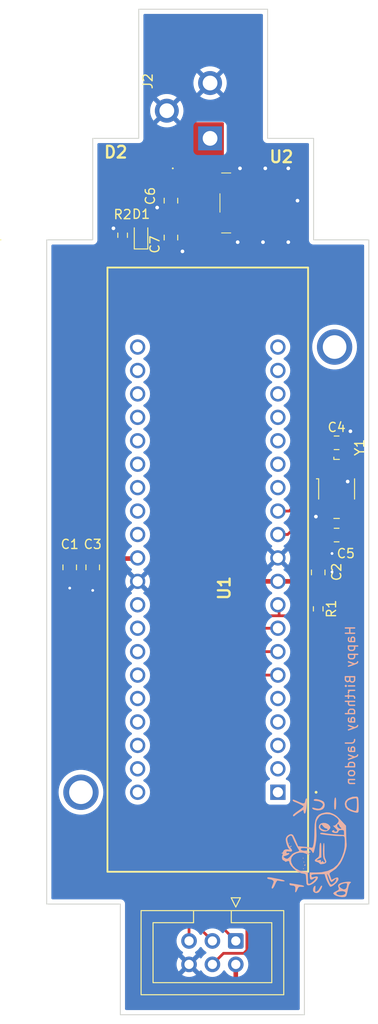
<source format=kicad_pcb>
(kicad_pcb (version 20211014) (generator pcbnew)
  (layers (0 "F.Cu" signal) (31 "B.Cu" power) (34 "B.Paste" user) (35 "F.Paste" user) (36 "B.SilkS" user "B.Silkscreen") (37 "F.SilkS" user "F.Silkscreen") (38 "B.Mask" user) (39 "F.Mask" user) (44 "Edge.Cuts" user))
  (net 0 "")
  (net 1 "+5V")
  (net 2 "GND")
  (net 3 "VCC")
  (net 4 "Net-(C4-Pad1)")
  (net 5 "Net-(C5-Pad1)")
  (net 6 "Net-(D1-Pad1)")
  (net 7 "/MISO")
  (net 8 "/SCK")
  (net 9 "/MOSI")
  (net 10 "/RST")
  (net 41 "VDD")
  (footprint "SamacSys_Parts:L7805CDTTR" (layer "F.Cu") (at 126.5 80 -90)
    (fp_text reference "U2" (at -5 -2) (layer "F.SilkS") (effects (font (size 1.27 1.27) (thickness 0.254))))
    (fp_text value "L7805ABD2T-TR" hide)
    (fp_line (start 3.25 3.5) (end 3.25 4.5) (layer "F.SilkS") (width 0.1))
    (fp_line (start -3.25 3.5) (end -3.25 4.5) (layer "F.SilkS") (width 0.1))
    (fp_line (start -1 4.676) (end 1 4.676) (layer "F.SilkS") (width 0.1))
    (pad "1" smd rect locked (at -2.286 6.25 270) (size 1.5 2.8) (layers "F.Cu" "F.Paste" "F.Mask") (net 3 "VCC"))
    (pad "2" smd rect locked (at 0 0) (size 6.1 6.3) (layers "F.Cu" "F.Paste" "F.Mask") (net 2 "GND"))
    (pad "3" smd rect locked (at 2.286 6.25 270) (size 1.5 2.8) (layers "F.Cu" "F.Paste" "F.Mask") (net 1 "+5V"))
  )
  (footprint "Capacitor_SMD:C_0805_2012Metric" (layer "F.Cu") (at 116.5 79.75 -90)
    (fp_text reference "C6" (at -0.5 2.25 90) (layer "F.SilkS"))
    (fp_text value "33uf")
    (fp_line (start -0.261252 0.735) (end 0.261252 0.735) (layer "F.SilkS") (width 0.12))
    (fp_line (start -0.261252 -0.735) (end 0.261252 -0.735) (layer "F.SilkS") (width 0.12))
    (pad "1" smd roundrect (at -0.95 0 270) (size 1 1.45) (layers "F.Cu" "F.Paste" "F.Mask") (net 3 "VCC"))
    (pad "2" smd roundrect (at 0.95 0 270) (size 1 1.45) (layers "F.Cu" "F.Paste" "F.Mask") (net 2 "GND"))
  )
  (footprint "SamacSys_Parts:RBR2VWM40ATFTR" (layer "F.Cu") (at 114.75 76.25 90)
    (fp_text reference "D2" (at 1.75 -4.25 180) (layer "F.SilkS") (effects (font (size 1.27 1.27) (thickness 0.254))))
    (fp_text value "D" hide)
    (fp_line (start 0 2) (end 0 2) (layer "F.SilkS") (width 0.1))
    (fp_line (start 0 1.9) (end 0 1.9) (layer "F.SilkS") (width 0.1))
    (fp_arc (start 0 2) (mid -0.05 1.95) (end 0 1.9) (layer "F.SilkS") (width 0.1))
    (fp_arc (start 0 1.9) (mid 0.05 1.95) (end 0 2) (layer "F.SilkS") (width 0.1))
    (pad "1" smd rect locked (at 0 0.65 90) (size 1.1 1.45) (layers "F.Cu" "F.Paste" "F.Mask") (net 3 "VCC"))
    (pad "2" smd rect locked (at 0 -0.975 90) (size 0.8 0.8) (layers "F.Cu" "F.Paste" "F.Mask") (net 41 "VDD"))
  )
  (footprint "Capacitor_SMD:C_0805_2012Metric" (layer "F.Cu") (at 108 119.5 -90)
    (fp_text reference "C3" (at -2.5 0) (layer "F.SilkS"))
    (fp_text value "100nf")
    (fp_line (start -0.261252 0.735) (end 0.261252 0.735) (layer "F.SilkS") (width 0.12))
    (fp_line (start -0.261252 -0.735) (end 0.261252 -0.735) (layer "F.SilkS") (width 0.12))
    (pad "1" smd roundrect (at -0.95 0 270) (size 1 1.45) (layers "F.Cu" "F.Paste" "F.Mask") (net 1 "+5V"))
    (pad "2" smd roundrect (at 0.95 0 270) (size 1 1.45) (layers "F.Cu" "F.Paste" "F.Mask") (net 2 "GND"))
  )
  (footprint "Capacitor_SMD:C_0805_2012Metric" (layer "F.Cu") (at 134.5 116 180)
    (fp_text reference "C5" (at -1 -2) (layer "F.SilkS"))
    (fp_text value "14pf")
    (fp_line (start -0.261252 -0.735) (end 0.261252 -0.735) (layer "F.SilkS") (width 0.12))
    (fp_line (start -0.261252 0.735) (end 0.261252 0.735) (layer "F.SilkS") (width 0.12))
    (pad "1" smd roundrect (at -0.95 0 180) (size 1 1.45) (layers "F.Cu" "F.Paste" "F.Mask") (net 5 "Net-(C5-Pad1)"))
    (pad "2" smd roundrect (at 0.95 0 180) (size 1 1.45) (layers "F.Cu" "F.Paste" "F.Mask") (net 2 "GND"))
  )
  (footprint "Connector_BarrelJack:BarrelJack_CUI_PJ-102AH_Horizontal" (layer "F.Cu") (at 120.75 73 180)
    (fp_text reference "J2" (at 6.75 6.2 90) (layer "F.SilkS"))
    (fp_text value "Barrel_Jack_Switch")
    (pad "1" thru_hole rect (at 0 0 180) (size 2.6 2.6) (drill 1.6) (layers *.Cu *.Mask) (net 41 "VDD"))
    (pad "2" thru_hole circle (at 0 6 180) (size 2.6 2.6) (drill 1.6) (layers *.Cu *.Mask) (net 2 "GND"))
    (pad "3" thru_hole circle (at 4.7 3 180) (size 2.6 2.6) (drill 1.6) (layers *.Cu *.Mask) (net 2 "GND"))
  )
  (footprint "Resistor_SMD:R_0603_1608Metric" (layer "F.Cu") (at 111.25 83.5 -90)
    (fp_text reference "R2" (at -2.25 0) (layer "F.SilkS"))
    (fp_text value "100")
    (fp_line (start -0.237258 -0.5225) (end 0.237258 -0.5225) (layer "F.SilkS") (width 0.12))
    (fp_line (start -0.237258 0.5225) (end 0.237258 0.5225) (layer "F.SilkS") (width 0.12))
    (pad "1" smd roundrect (at -0.825 0 270) (size 0.8 0.95) (layers "F.Cu" "F.Paste" "F.Mask") (net 2 "GND"))
    (pad "2" smd roundrect (at 0.825 0 270) (size 0.8 0.95) (layers "F.Cu" "F.Paste" "F.Mask") (net 6 "Net-(D1-Pad1)"))
  )
  (footprint "Capacitor_SMD:C_0805_2012Metric" (layer "F.Cu") (at 132.5 120.05 90)
    (fp_text reference "C2" (at 0.05 2 90) (layer "F.SilkS"))
    (fp_text value "100nf")
    (fp_line (start -0.261252 0.735) (end 0.261252 0.735) (layer "F.SilkS") (width 0.12))
    (fp_line (start -0.261252 -0.735) (end 0.261252 -0.735) (layer "F.SilkS") (width 0.12))
    (pad "1" smd roundrect (at -0.95 0 90) (size 1 1.45) (layers "F.Cu" "F.Paste" "F.Mask") (net 1 "+5V"))
    (pad "2" smd roundrect (at 0.95 0 90) (size 1 1.45) (layers "F.Cu" "F.Paste" "F.Mask") (net 2 "GND"))
  )
  (footprint "SamacSys_Parts:2401280390602J" (layer "F.Cu") (at 128.12 143.88 90)
    (fp_text reference "U1" (at 22.13 -5.82369 90) (layer "F.SilkS") (effects (font (size 1.27 1.27) (thickness 0.254))))
    (fp_text value "ATmega32-16P" hide)
    (fp_line (start 0 4.2) (end 0 4.2) (layer "F.SilkS") (width 0.2))
    (fp_line (start 0 4.2) (end 0 4.2) (layer "F.SilkS") (width 0.2))
    (fp_line (start -8.62 -18.52) (end 56.88 -18.52) (layer "F.SilkS") (width 0.2))
    (fp_line (start 0 4.1) (end 0 4.1) (layer "F.SilkS") (width 0.2))
    (fp_line (start -8.62 3.28) (end -8.62 -18.52) (layer "F.SilkS") (width 0.2))
    (fp_line (start 56.88 3.28) (end -8.62 3.28) (layer "F.SilkS") (width 0.2))
    (fp_line (start 56.88 -18.52) (end 56.88 3.28) (layer "F.SilkS") (width 0.2))
    (fp_arc (start 0 4.2) (mid -0.05 4.15) (end 0 4.1) (layer "F.SilkS") (width 0.2))
    (fp_arc (start 0 4.2) (mid -0.05 4.15) (end 0 4.1) (layer "F.SilkS") (width 0.2))
    (fp_arc (start 0 4.1) (mid 0.05 4.15) (end 0 4.2) (layer "F.SilkS") (width 0.2))
    (pad "1" thru_hole rect (at 0 0 90) (size 1.665 1.665) (drill 1.11) (layers *.Cu *.Mask))
    (pad "2" thru_hole circle (at 2.54 0 90) (size 1.665 1.665) (drill 1.11) (layers *.Cu *.Mask))
    (pad "3" thru_hole circle (at 5.08 0 90) (size 1.665 1.665) (drill 1.11) (layers *.Cu *.Mask))
    (pad "4" thru_hole circle (at 7.62 0 90) (size 1.665 1.665) (drill 1.11) (layers *.Cu *.Mask))
    (pad "5" thru_hole circle (at 10.16 0 90) (size 1.665 1.665) (drill 1.11) (layers *.Cu *.Mask))
    (pad "6" thru_hole circle (at 12.7 0 90) (size 1.665 1.665) (drill 1.11) (layers *.Cu *.Mask) (net 9 "/MOSI"))
    (pad "7" thru_hole circle (at 15.24 0 90) (size 1.665 1.665) (drill 1.11) (layers *.Cu *.Mask) (net 7 "/MISO"))
    (pad "8" thru_hole circle (at 17.78 0 90) (size 1.665 1.665) (drill 1.11) (layers *.Cu *.Mask) (net 8 "/SCK"))
    (pad "9" thru_hole circle (at 20.32 0 90) (size 1.665 1.665) (drill 1.11) (layers *.Cu *.Mask) (net 10 "/RST"))
    (pad "10" thru_hole circle (at 22.86 0 90) (size 1.665 1.665) (drill 1.11) (layers *.Cu *.Mask) (net 1 "+5V"))
    (pad "11" thru_hole circle (at 25.4 0 90) (size 1.665 1.665) (drill 1.11) (layers *.Cu *.Mask) (net 2 "GND"))
    (pad "12" thru_hole circle (at 27.94 0 90) (size 1.665 1.665) (drill 1.11) (layers *.Cu *.Mask) (net 5 "Net-(C5-Pad1)"))
    (pad "13" thru_hole circle (at 30.48 0 90) (size 1.665 1.665) (drill 1.11) (layers *.Cu *.Mask) (net 4 "Net-(C4-Pad1)"))
    (pad "14" thru_hole circle (at 33.02 0 90) (size 1.665 1.665) (drill 1.11) (layers *.Cu *.Mask))
    (pad "15" thru_hole circle (at 35.56 0 90) (size 1.665 1.665) (drill 1.11) (layers *.Cu *.Mask))
    (pad "16" thru_hole circle (at 38.1 0 90) (size 1.665 1.665) (drill 1.11) (layers *.Cu *.Mask))
    (pad "17" thru_hole circle (at 40.64 0 90) (size 1.665 1.665) (drill 1.11) (layers *.Cu *.Mask))
    (pad "18" thru_hole circle (at 43.18 0 90) (size 1.665 1.665) (drill 1.11) (layers *.Cu *.Mask))
    (pad "19" thru_hole circle (at 45.72 0 90) (size 1.665 1.665) (drill 1.11) (layers *.Cu *.Mask))
    (pad "20" thru_hole circle (at 48.26 0 90) (size 1.665 1.665) (drill 1.11) (layers *.Cu *.Mask))
    (pad "21" thru_hole circle (at 48.26 -15.24 90) (size 1.665 1.665) (drill 1.11) (layers *.Cu *.Mask))
    (pad "22" thru_hole circle (at 45.72 -15.24 90) (size 1.665 1.665) (drill 1.11) (layers *.Cu *.Mask))
    (pad "23" thru_hole circle (at 43.18 -15.24 90) (size 1.665 1.665) (drill 1.11) (layers *.Cu *.Mask))
    (pad "24" thru_hole circle (at 40.64 -15.24 90) (size 1.665 1.665) (drill 1.11) (layers *.Cu *.Mask))
    (pad "25" thru_hole circle (at 38.1 -15.24 90) (size 1.665 1.665) (drill 1.11) (layers *.Cu *.Mask))
    (pad "26" thru_hole circle (at 35.56 -15.24 90) (size 1.665 1.665) (drill 1.11) (layers *.Cu *.Mask))
    (pad "27" thru_hole circle (at 33.02 -15.24 90) (size 1.665 1.665) (drill 1.11) (layers *.Cu *.Mask))
    (pad "28" thru_hole circle (at 30.48 -15.24 90) (size 1.665 1.665) (drill 1.11) (layers *.Cu *.Mask))
    (pad "29" thru_hole circle (at 27.94 -15.24 90) (size 1.665 1.665) (drill 1.11) (layers *.Cu *.Mask))
    (pad "30" thru_hole circle (at 25.4 -15.24 90) (size 1.665 1.665) (drill 1.11) (layers *.Cu *.Mask) (net 1 "+5V"))
    (pad "31" thru_hole circle (at 22.86 -15.24 90) (size 1.665 1.665) (drill 1.11) (layers *.Cu *.Mask) (net 2 "GND"))
    (pad "32" thru_hole circle (at 20.32 -15.24 90) (size 1.665 1.665) (drill 1.11) (layers *.Cu *.Mask))
    (pad "33" thru_hole circle (at 17.78 -15.24 90) (size 1.665 1.665) (drill 1.11) (layers *.Cu *.Mask))
    (pad "34" thru_hole circle (at 15.24 -15.24 90) (size 1.665 1.665) (drill 1.11) (layers *.Cu *.Mask))
    (pad "35" thru_hole circle (at 12.7 -15.24 90) (size 1.665 1.665) (drill 1.11) (layers *.Cu *.Mask))
    (pad "36" thru_hole circle (at 10.16 -15.24 90) (size 1.665 1.665) (drill 1.11) (layers *.Cu *.Mask))
    (pad "37" thru_hole circle (at 7.62 -15.24 90) (size 1.665 1.665) (drill 1.11) (layers *.Cu *.Mask))
    (pad "38" thru_hole circle (at 5.08 -15.24 90) (size 1.665 1.665) (drill 1.11) (layers *.Cu *.Mask))
    (pad "39" thru_hole circle (at 2.54 -15.24 90) (size 1.665 1.665) (drill 1.11) (layers *.Cu *.Mask))
    (pad "40" thru_hole circle (at 0 -15.24 90) (size 1.665 1.665) (drill 1.11) (layers *.Cu *.Mask))
    (pad "MH1" thru_hole circle (at 0 -21.4 90) (size 3.84 3.84) (drill 2.56) (layers *.Cu *.Mask))
    (pad "MH2" thru_hole circle (at 48.26 6.16 90) (size 3.84 3.84) (drill 2.56) (layers *.Cu *.Mask))
  )
  (footprint "Connector_IDC:IDC-Header_2x03_P2.54mm_Vertical" (layer "F.Cu") (at 123.545 160 -90)
    (fp_text reference "J1")
    (fp_text value "AVR-ISP-6")
    (fp_line (start -4.68 0.5) (end -3.68 0) (layer "F.SilkS") (width 0.12))
    (fp_line (start -1.98 8.99) (end -1.98 4.59) (layer "F.SilkS") (width 0.12))
    (fp_line (start 4.52 8.99) (end -1.98 8.99) (layer "F.SilkS") (width 0.12))
    (fp_line (start -1.98 0.49) (end -1.98 -3.91) (layer "F.SilkS") (width 0.12))
    (fp_line (start -1.98 4.59) (end -1.98 4.59) (layer "F.SilkS") (width 0.12))
    (fp_line (start -1.98 -3.91) (end 4.52 -3.91) (layer "F.SilkS") (width 0.12))
    (fp_line (start -4.68 -0.5) (end -4.68 0.5) (layer "F.SilkS") (width 0.12))
    (fp_line (start 5.83 -5.21) (end 5.83 10.29) (layer "F.SilkS") (width 0.12))
    (fp_line (start 5.83 10.29) (end -3.29 10.29) (layer "F.SilkS") (width 0.12))
    (fp_line (start -3.68 0) (end -4.68 -0.5) (layer "F.SilkS") (width 0.12))
    (fp_line (start 4.52 -3.91) (end 4.52 8.99) (layer "F.SilkS") (width 0.12))
    (fp_line (start -3.29 -5.21) (end 5.83 -5.21) (layer "F.SilkS") (width 0.12))
    (fp_line (start -3.29 0.49) (end -1.98 0.49) (layer "F.SilkS") (width 0.12))
    (fp_line (start -1.98 4.59) (end -3.29 4.59) (layer "F.SilkS") (width 0.12))
    (fp_line (start -3.29 10.29) (end -3.29 -5.21) (layer "F.SilkS") (width 0.12))
    (pad "1" thru_hole roundrect (at 0 0 270) (size 1.7 1.7) (drill 1) (layers *.Cu *.Mask) (roundrect_rratio 0.1470588235) (net 7 "/MISO"))
    (pad "2" thru_hole circle (at 2.54 0 270) (size 1.7 1.7) (drill 1) (layers *.Cu *.Mask) (net 1 "+5V"))
    (pad "3" thru_hole circle (at 0 2.54 270) (size 1.7 1.7) (drill 1) (layers *.Cu *.Mask) (net 8 "/SCK"))
    (pad "4" thru_hole circle (at 2.54 2.54 270) (size 1.7 1.7) (drill 1) (layers *.Cu *.Mask) (net 9 "/MOSI"))
    (pad "5" thru_hole circle (at 0 5.08 270) (size 1.7 1.7) (drill 1) (layers *.Cu *.Mask) (net 10 "/RST"))
    (pad "6" thru_hole circle (at 2.54 5.08 270) (size 1.7 1.7) (drill 1) (layers *.Cu *.Mask) (net 2 "GND"))
  )
  (footprint "Capacitor_SMD:C_0805_2012Metric" (layer "F.Cu") (at 105.5 119.5 -90)
    (fp_text reference "C1" (at -2.5 0) (layer "F.SilkS"))
    (fp_text value "10uf")
    (fp_line (start -0.261252 -0.735) (end 0.261252 -0.735) (layer "F.SilkS") (width 0.12))
    (fp_line (start -0.261252 0.735) (end 0.261252 0.735) (layer "F.SilkS") (width 0.12))
    (pad "1" smd roundrect (at -0.95 0 270) (size 1 1.45) (layers "F.Cu" "F.Paste" "F.Mask") (net 1 "+5V"))
    (pad "2" smd roundrect (at 0.95 0 270) (size 1 1.45) (layers "F.Cu" "F.Paste" "F.Mask") (net 2 "GND"))
  )
  (footprint "Resistor_SMD:R_0603_1608Metric" (layer "F.Cu") (at 132.5 124 -90)
    (fp_text reference "R1" (at 0 -1.43 90) (layer "F.SilkS"))
    (fp_text value "10k")
    (fp_line (start -0.237258 0.5225) (end 0.237258 0.5225) (layer "F.SilkS") (width 0.12))
    (fp_line (start -0.237258 -0.5225) (end 0.237258 -0.5225) (layer "F.SilkS") (width 0.12))
    (pad "1" smd roundrect (at -0.825 0 270) (size 0.8 0.95) (layers "F.Cu" "F.Paste" "F.Mask") (net 1 "+5V"))
    (pad "2" smd roundrect (at 0.825 0 270) (size 0.8 0.95) (layers "F.Cu" "F.Paste" "F.Mask") (net 10 "/RST"))
  )
  (footprint "Capacitor_SMD:C_0805_2012Metric" (layer "F.Cu") (at 116.5 83.75 -90)
    (fp_text reference "C7" (at 0.75 1.75 -90) (layer "F.SilkS"))
    (fp_text value "0.1uf")
    (fp_line (start -0.261252 0.735) (end 0.261252 0.735) (layer "F.SilkS") (width 0.12))
    (fp_line (start -0.261252 -0.735) (end 0.261252 -0.735) (layer "F.SilkS") (width 0.12))
    (pad "1" smd roundrect (at -0.95 0 270) (size 1 1.45) (layers "F.Cu" "F.Paste" "F.Mask") (net 1 "+5V"))
    (pad "2" smd roundrect (at 0.95 0 270) (size 1 1.45) (layers "F.Cu" "F.Paste" "F.Mask") (net 2 "GND"))
  )
  (footprint "LED_SMD:LED_0603_1608Metric" (layer "F.Cu") (at 113.25 83.5 90)
    (fp_text reference "D1" (at 2.2875 0 180) (layer "F.SilkS"))
    (fp_text value "LED")
    (fp_line (start -1.485 -0.735) (end -1.485 0.735) (layer "F.SilkS") (width 0.12))
    (fp_line (start 0.8 -0.735) (end -1.485 -0.735) (layer "F.SilkS") (width 0.12))
    (fp_line (start -1.485 0.735) (end 0.8 0.735) (layer "F.SilkS") (width 0.12))
    (pad "1" smd roundrect (at -0.7875 0 90) (size 0.875 0.95) (layers "F.Cu" "F.Paste" "F.Mask") (net 6 "Net-(D1-Pad1)"))
    (pad "2" smd roundrect (at 0.7875 0 90) (size 0.875 0.95) (layers "F.Cu" "F.Paste" "F.Mask") (net 1 "+5V"))
  )
  (footprint "Crystal:Crystal_SMD_0603-4Pin_6.0x3.5mm" (layer "F.Cu") (at 134.5 111 -90)
    (fp_text reference "Y1" (at -4.5 -2.5 90) (layer "F.SilkS"))
    (fp_text value "8MHZ")
    (fp_line (start -3.44 0.3) (end -3.2 0.3) (layer "F.SilkS") (width 0.12))
    (fp_line (start 1.1 1.95) (end -1.1 1.95) (layer "F.SilkS") (width 0.12))
    (fp_line (start -1.1 1.95) (end -1.1 2.19) (layer "F.SilkS") (width 0.12))
    (fp_line (start -1.1 -1.95) (end 1.1 -1.95) (layer "F.SilkS") (width 0.12))
    (fp_line (start -3.2 0.3) (end -3.2 -0.3) (layer "F.SilkS") (width 0.12))
    (fp_line (start 3.2 -0.3) (end 3.2 0.3) (layer "F.SilkS") (width 0.12))
    (pad "1" smd rect (at -2.2 1.2 270) (size 1.8 1.4) (layers "F.Cu" "F.Paste" "F.Mask") (net 4 "Net-(C4-Pad1)"))
    (pad "2" smd rect (at 2.2 1.2 270) (size 1.8 1.4) (layers "F.Cu" "F.Paste" "F.Mask") (net 2 "GND"))
    (pad "3" smd rect (at 2.2 -1.2 270) (size 1.8 1.4) (layers "F.Cu" "F.Paste" "F.Mask") (net 5 "Net-(C5-Pad1)"))
    (pad "4" smd rect (at -2.2 -1.2 270) (size 1.8 1.4) (layers "F.Cu" "F.Paste" "F.Mask") (net 2 "GND"))
  )
  (footprint "Capacitor_SMD:C_0805_2012Metric" (layer "F.Cu") (at 134.5 106)
    (fp_text reference "C4" (at 0 -1.68) (layer "F.SilkS"))
    (fp_text value "14pf")
    (fp_line (start -0.261252 0.735) (end 0.261252 0.735) (layer "F.SilkS") (width 0.12))
    (fp_line (start -0.261252 -0.735) (end 0.261252 -0.735) (layer "F.SilkS") (width 0.12))
    (pad "1" smd roundrect (at -0.95 0) (size 1 1.45) (layers "F.Cu" "F.Paste" "F.Mask") (net 4 "Net-(C4-Pad1)"))
    (pad "2" smd roundrect (at 0.95 0) (size 1 1.45) (layers "F.Cu" "F.Paste" "F.Mask") (net 2 "GND"))
  )
  (footprint "LOGO" (layer "B.Cu") (at 132 149.5 180)
    (fp_text reference "G***" hide)
    (fp_text value "LOGO" hide)
    (fp_poly (pts (xy 2.681111 0.141111) (xy 2.691244 0.040631) (xy 2.681111 0.028222) (xy 2.630777 0.039844) (xy 2.624667 0.084666) (xy 2.655645 0.154357)) (layer "B.SilkS") (width 0) (fill solid))
    (fp_poly (pts (xy -0.130435 4.880644) (xy -0.118126 4.876643) (xy -0.002694 4.795395) (xy -0.032943 4.719459) (xy -0.18654 4.67524) (xy -0.290587 4.672747) (xy -0.556228 4.638319) (xy -0.800384 4.535093) (xy -0.969862 4.392331) (xy -1.016 4.273715) (xy -0.960006 4.126211) (xy -0.841151 3.973817) (xy -0.703449 3.873381) (xy -0.530478 3.840006) (xy -0.279309 3.872458) (xy 0.021167 3.949026) (xy 0.147401 3.952084) (xy 0.160824 3.884313) (xy 0.074431 3.788228) (xy -0.047845 3.723238) (xy -0.405218 3.646843) (xy -0.751973 3.673486) (xy -1.020732 3.796806) (xy -1.169328 4.004805) (xy -1.216038 4.262773) (xy -1.158212 4.504252) (xy -1.053894 4.628049) (xy -0.847021 4.736882) (xy -0.578271 4.827448) (xy -0.316468 4.881463)) (layer "B.SilkS") (width 0) (fill solid))
    (fp_poly (pts (xy 1.157111 -2.652889) (xy 1.145489 -2.703223) (xy 1.100667 -2.709334) (xy 1.030976 -2.678355) (xy 1.044222 -2.652889) (xy 1.144702 -2.642756)) (layer "B.SilkS") (width 0) (fill solid))
    (fp_poly (pts (xy -4.237291 5.134077) (xy -3.824843 4.982246) (xy -3.643159 4.857438) (xy -3.458613 4.656572) (xy -3.390665 4.428162) (xy -3.386667 4.325232) (xy -3.454093 4.008669) (xy -3.662642 3.759035) (xy -4.021721 3.566816) (xy -4.194319 3.508431) (xy -4.517886 3.420129) (xy -4.717916 3.39366) (xy -4.828333 3.428562) (xy -4.874498 3.499201) (xy -4.891236 3.630527) (xy -4.899059 3.885211) (xy -4.896992 4.217464) (xy -4.894054 4.327723) (xy -4.707986 4.327723) (xy -4.700453 4.044617) (xy -4.6798 3.828629) (xy -4.647093 3.676767) (xy -4.585698 3.602914) (xy -4.461379 3.604117) (xy -4.239902 3.677426) (xy -4.007315 3.770641) (xy -3.738486 3.94547) (xy -3.588049 4.178942) (xy -3.56804 4.431862) (xy -3.690495 4.665036) (xy -3.722905 4.696802) (xy -3.878953 4.788026) (xy -4.110561 4.873274) (xy -4.35769 4.936666) (xy -4.560299 4.962322) (xy -4.652571 4.942693) (xy -4.682683 4.832471) (xy -4.701609 4.608911) (xy -4.707986 4.327723) (xy -4.894054 4.327723) (xy -4.893007 4.367034) (xy -4.87875 4.726826) (xy -4.858114 4.951259) (xy -4.821303 5.074271) (xy -4.75852 5.129801) (xy -4.666743 5.150842)) (layer "B.SilkS") (width 0) (fill solid))
    (fp_poly (pts (xy 5.004357 -3.603911) (xy 5.052572 -3.690863) (xy 4.972857 -3.772109) (xy 4.803559 -3.809924) (xy 4.794852 -3.81) (xy 4.568972 -3.859339) (xy 4.453174 -3.920553) (xy 4.362494 -4.004216) (xy 4.348221 -4.105515) (xy 4.408121 -4.284274) (xy 4.436992 -4.354226) (xy 4.538264 -4.618325) (xy 4.564106 -4.763108) (xy 4.516457 -4.819885) (xy 4.466167 -4.825059) (xy 4.380007 -4.751883) (xy 4.268554 -4.564042) (xy 4.187611 -4.380559) (xy 4.077918 -4.142251) (xy 3.974683 -3.989214) (xy 3.918214 -3.956244) (xy 3.500142 -4.028094) (xy 3.239949 -4.045539) (xy 3.135201 -4.008704) (xy 3.132667 -3.996157) (xy 3.208687 -3.934066) (xy 3.405732 -3.864726) (xy 3.6195 -3.815583) (xy 3.980815 -3.746498) (xy 4.35319 -3.673056) (xy 4.516143 -3.639974) (xy 4.769516 -3.599884) (xy 4.95482 -3.592627)) (layer "B.SilkS") (width 0) (fill solid))
    (fp_poly (pts (xy 0.787626 4.973215) (xy 0.865607 4.874101) (xy 0.914597 4.680228) (xy 0.915531 4.671313) (xy 0.954976 4.497628) (xy 1.047237 4.417791) (xy 1.218755 4.429862) (xy 1.495971 4.531898) (xy 1.680574 4.61516) (xy 1.936609 4.728723) (xy 2.132326 4.805268) (xy 2.20974 4.826) (xy 2.28527 4.779845) (xy 2.255693 4.684006) (xy 2.141458 4.60242) (xy 2.137833 4.601162) (xy 1.85774 4.494398) (xy 1.571414 4.366474) (xy 1.321643 4.238975) (xy 1.151214 4.133482) (xy 1.100667 4.07799) (xy 1.166155 3.995898) (xy 1.339673 3.850533) (xy 1.586803 3.670177) (xy 1.647344 3.628806) (xy 1.913068 3.440303) (xy 2.119798 3.276694) (xy 2.229517 3.168462) (xy 2.236313 3.156545) (xy 2.23495 3.035571) (xy 2.142858 3.008761) (xy 2.041875 3.078435) (xy 1.920828 3.183814) (xy 1.707841 3.336124) (xy 1.529268 3.451905) (xy 1.110641 3.712139) (xy 1.084487 3.504437) (xy 1.035428 3.345991) (xy 0.974902 3.294203) (xy 0.896 3.362074) (xy 0.829467 3.576237) (xy 0.773528 3.944712) (xy 0.732844 4.387069) (xy 0.715186 4.721464) (xy 0.72591 4.910293) (xy 0.767043 4.975257)) (layer "B.SilkS") (width 0) (fill solid))
    (fp_poly (pts (xy 1.012554 -2.262794) (xy 1.016 -2.286) (xy 0.987113 -2.368466) (xy 0.978663 -2.370667) (xy 0.906377 -2.311338) (xy 0.889 -2.286) (xy 0.895713 -2.207981) (xy 0.926336 -2.201334)) (layer "B.SilkS") (width 0) (fill solid))
    (fp_poly (pts (xy -0.786298 2.233415) (xy -0.608917 2.059298) (xy -0.607819 2.057219) (xy -0.558117 1.823233) (xy -0.640799 1.620734) (xy -0.819555 1.466526) (xy -1.058074 1.377414) (xy -1.320045 1.370199) (xy -1.569157 1.461687) (xy -1.685829 1.558345) (xy -1.69141 1.565627) (xy -1.511735 1.565627) (xy -1.418167 1.501675) (xy -1.238999 1.503575) (xy -1.008454 1.575336) (xy -0.81187 1.686907) (xy -0.765455 1.731504) (xy -0.718865 1.873729) (xy -0.746294 2.029354) (xy -0.830307 2.115005) (xy -0.845988 2.116666) (xy -0.934496 2.053195) (xy -1.050548 1.905) (xy -1.203292 1.751674) (xy -1.356619 1.693333) (xy -1.497096 1.651923) (xy -1.511735 1.565627) (xy -1.69141 1.565627) (xy -1.810788 1.721392) (xy -1.818368 1.856433) (xy -1.778439 1.946513) (xy -1.589708 2.156126) (xy -1.327542 2.277019) (xy -1.042789 2.304385)) (layer "B.SilkS") (width 0) (fill solid))
    (fp_poly (pts (xy -3.540158 -4.088979) (xy -3.259804 -4.133415) (xy -3.006004 -4.197105) (xy -2.826412 -4.274385) (xy -2.825312 -4.275103) (xy -2.687259 -4.394351) (xy -2.653038 -4.536342) (xy -2.71428 -4.756347) (xy -2.741887 -4.826) (xy -2.722035 -4.935022) (xy -2.559179 -5.047511) (xy -2.447149 -5.0983) (xy -2.234186 -5.213074) (xy -2.135661 -5.321358) (xy -2.134864 -5.3523) (xy -2.256797 -5.497464) (xy -2.49179 -5.619859) (xy -2.787987 -5.70838) (xy -3.093532 -5.751922) (xy -3.356571 -5.739381) (xy -3.525247 -5.659652) (xy -3.532002 -5.6515) (xy -3.58625 -5.520204) (xy -3.646039 -5.300101) (xy -3.471333 -5.300101) (xy -3.397618 -5.428357) (xy -3.212712 -5.513982) (xy -2.970979 -5.54993) (xy -2.72678 -5.529153) (xy -2.534477 -5.444606) (xy -2.511923 -5.424457) (xy -2.471192 -5.305394) (xy -2.587968 -5.202119) (xy -2.839099 -5.127401) (xy -3.149637 -5.103449) (xy -3.370305 -5.155104) (xy -3.468996 -5.273599) (xy -3.471333 -5.300101) (xy -3.646039 -5.300101) (xy -3.653523 -5.27255) (xy -3.720207 -4.959401) (xy -3.726884 -4.923351) (xy -3.79664 -4.612807) (xy -3.87434 -4.377753) (xy -3.878821 -4.370422) (xy -3.639511 -4.370422) (xy -3.590535 -4.692929) (xy -3.45877 -4.875117) (xy -3.25846 -4.909193) (xy -3.003851 -4.787362) (xy -2.951547 -4.746796) (xy -2.820644 -4.622247) (xy -2.814766 -4.531624) (xy -2.88453 -4.447623) (xy -3.055959 -4.343155) (xy -3.298819 -4.267165) (xy -3.32903 -4.261749) (xy -3.535281 -4.240608) (xy -3.623424 -4.278849) (xy -3.639511 -4.370422) (xy -3.878821 -4.370422) (xy -3.945206 -4.261822) (xy -3.952182 -4.258126) (xy -4.054545 -4.166541) (xy -4.064 -4.127849) (xy -3.989911 -4.080531) (xy -3.799412 -4.069462)) (layer "B.SilkS") (width 0) (fill solid))
    (fp_poly (pts (xy 1.072444 -1.890889) (xy 1.082577 -1.991369) (xy 1.072444 -2.003778) (xy 1.02211 -1.992156) (xy 1.016 -1.947334) (xy 1.046978 -1.877643)) (layer "B.SilkS") (width 0) (fill solid))
    (fp_poly (pts (xy -1.282741 3.428988) (xy -0.873728 3.335836) (xy -0.56441 3.181835) (xy -0.342855 2.946945) (xy -0.197132 2.611125) (xy -0.115308 2.154336) (xy -0.085452 1.556537) (xy -0.084667 1.416769) (xy -0.076389 0.973684) (xy -0.054003 0.545319) (xy -0.021184 0.187589) (xy 0.008648 -0.003446) (xy 0.070291 -0.255274) (xy 0.13084 -0.374711) (xy 0.215813 -0.396596) (xy 0.283815 -0.379149) (xy 0.458149 -0.343537) (xy 0.740531 -0.307242) (xy 1.069891 -0.278112) (xy 1.070539 -0.278067) (xy 1.675411 -0.236397) (xy 1.908808 0.326301) (xy 2.039691 0.622858) (xy 2.161121 0.865756) (xy 2.247427 1.003755) (xy 2.24927 1.00581) (xy 2.420906 1.082689) (xy 2.639501 1.041846) (xy 2.849369 0.900237) (xy 2.933219 0.797567) (xy 3.013245 0.643012) (xy 3.032036 0.47725) (xy 2.993744 0.23421) (xy 2.974132 0.146658) (xy 2.888271 -0.137715) (xy 2.782323 -0.373775) (xy 2.728008 -0.453879) (xy 2.633776 -0.571425) (xy 2.669438 -0.594152) (xy 2.786521 -0.567972) (xy 3.015767 -0.56217) (xy 3.207078 -0.641185) (xy 3.300219 -0.777776) (xy 3.302 -0.801104) (xy 3.37216 -0.919483) (xy 3.450167 -0.957637) (xy 3.552517 -0.989773) (xy 3.488881 -1.003303) (xy 3.447188 -1.006179) (xy 3.346064 -1.037673) (xy 3.365191 -1.142663) (xy 3.390887 -1.193219) (xy 3.444401 -1.394093) (xy 3.4242 -1.599367) (xy 3.344005 -1.745245) (xy 3.265109 -1.778) (xy 3.137059 -1.836423) (xy 3.114508 -1.874808) (xy 3.045654 -1.929082) (xy 2.906918 -1.877787) (xy 2.728074 -1.825138) (xy 2.639263 -1.914976) (xy 2.624667 -2.046392) (xy 2.568501 -2.183312) (xy 2.421487 -2.39085) (xy 2.2225 -2.616493) (xy 1.786137 -2.973322) (xy 1.326459 -3.173696) (xy 0.994833 -3.216861) (xy 0.872586 -3.284059) (xy 0.832484 -3.450167) (xy 0.796707 -4.007311) (xy 0.776182 -4.296834) (xy 0.705018 -4.440416) (xy 0.541863 -4.478857) (xy 0.317565 -4.423571) (xy 0.062972 -4.285967) (xy -0.191069 -4.07746) (xy -0.368752 -3.87327) (xy -0.478373 -3.6599) (xy -0.445452 -3.529265) (xy -0.282526 -3.496101) (xy -0.087247 -3.542414) (xy 0.103839 -3.592502) (xy 0.197768 -3.559202) (xy 0.225961 -3.506948) (xy 0.248394 -3.401011) (xy 0.200253 -3.332569) (xy 0.055197 -3.293051) (xy -0.213115 -3.27389) (xy -0.509305 -3.267744) (xy -1.189985 -3.259667) (xy -1.274655 -3.556) (xy -1.370949 -3.833181) (xy -1.498897 -4.12565) (xy -1.634935 -4.387205) (xy -1.7555 -4.571648) (xy -1.823583 -4.632246) (xy -1.941597 -4.602802) (xy -2.128229 -4.496813) (xy -2.189842 -4.453479) (xy -2.520469 -4.164362) (xy -2.685769 -3.906529) (xy -2.692207 -3.871765) (xy -2.455333 -3.871765) (xy -2.391159 -4.042124) (xy -2.235391 -4.2137) (xy -2.2225 -4.223589) (xy -2.029707 -4.356742) (xy -1.915747 -4.39018) (xy -1.829506 -4.332756) (xy -1.79957 -4.296834) (xy -1.724539 -4.157644) (xy -1.635715 -3.933343) (xy -1.550214 -3.677389) (xy -1.485155 -3.443242) (xy -1.457654 -3.284363) (xy -1.464074 -3.249038) (xy -1.513698 -3.296205) (xy -1.595765 -3.462491) (xy -1.656027 -3.614356) (xy -1.776409 -3.918533) (xy -1.874064 -4.076988) (xy -1.976134 -4.105821) (xy -2.10976 -4.021136) (xy -2.200775 -3.937535) (xy -2.360499 -3.791494) (xy -2.434114 -3.757307) (xy -2.454606 -3.826449) (xy -2.455333 -3.871765) (xy -2.692207 -3.871765) (xy -2.706641 -3.79383) (xy -2.670369 -3.64155) (xy -2.542924 -3.608846) (xy -2.308379 -3.692967) (xy -2.260521 -3.716741) (xy -1.955996 -3.871997) (xy -1.875658 -3.650498) (xy -1.793291 -3.429542) (xy -1.737464 -3.286556) (xy -1.743339 -3.158145) (xy -1.89026 -3.036397) (xy -1.939328 -3.009806) (xy -2.448141 -2.652023) (xy -2.873329 -2.15074) (xy -3.084925 -1.785119) (xy -3.26033 -1.390942) (xy -3.411956 -0.969897) (xy -3.527067 -0.566633) (xy -3.592927 -0.225796) (xy -3.596798 0.007966) (xy -3.596655 0.008718) (xy -3.580856 0.163512) (xy -3.579749 0.182789) (xy -3.386667 0.182789) (xy -3.361568 -0.348055) (xy -3.275053 -0.819376) (xy -3.110296 -1.299372) (xy -2.91596 -1.72506) (xy -2.575932 -2.240377) (xy -2.122479 -2.632037) (xy -1.554306 -2.900703) (xy -0.870117 -3.047038) (xy -0.275167 -3.076873) (xy 0.423333 -3.071508) (xy 0.423333 -3.435757) (xy 0.397596 -3.72012) (xy 0.313057 -3.851358) (xy 0.158728 -3.838788) (xy 0.031264 -3.7682) (xy -0.15494 -3.671044) (xy -0.231322 -3.682018) (xy -0.198198 -3.780627) (xy -0.055881 -3.946377) (xy 0.035273 -4.030124) (xy 0.312308 -4.240474) (xy 0.496567 -4.309726) (xy 0.588667 -4.238031) (xy 0.599844 -4.169834) (xy 0.606 -4.007394) (xy 0.61444 -3.741739) (xy 0.621011 -3.513667) (xy 0.635 -3.005667) (xy 1.100667 -2.963334) (xy 1.554902 -2.857283) (xy 1.945099 -2.643026) (xy 2.242695 -2.346383) (xy 2.419128 -1.993176) (xy 2.455333 -1.738646) (xy 2.379764 -1.433945) (xy 2.176231 -1.188734) (xy 1.879491 -1.015652) (xy 1.524304 -0.92734) (xy 1.145429 -0.936439) (xy 0.777625 -1.05559) (xy 0.6985 -1.099739) (xy 0.509512 -1.190656) (xy 0.424289 -1.186297) (xy 0.46339 -1.099048) (xy 0.554186 -1.012802) (xy 0.641283 -0.869064) (xy 0.637332 -0.779881) (xy 0.636559 -0.699573) (xy 0.747587 -0.690182) (xy 0.852077 -0.708049) (xy 1.07416 -0.717838) (xy 1.217222 -0.684661) (xy 1.571158 -0.684661) (xy 1.590609 -0.754086) (xy 1.732763 -0.810729) (xy 1.86021 -0.846005) (xy 2.1171 -0.944448) (xy 2.319921 -1.071778) (xy 2.353966 -1.105133) (xy 2.529475 -1.306227) (xy 2.645833 -1.439334) (xy 2.828847 -1.584042) (xy 3.016522 -1.573311) (xy 3.166829 -1.481304) (xy 3.278647 -1.386477) (xy 3.254241 -1.338616) (xy 3.166829 -1.307775) (xy 2.841832 -1.189685) (xy 2.667295 -1.088931) (xy 2.624667 -1.01211) (xy 2.690456 -0.958336) (xy 2.794 -0.973667) (xy 2.930662 -0.979852) (xy 2.963333 -0.890869) (xy 2.929775 -0.802918) (xy 2.801045 -0.789013) (xy 2.676696 -0.808101) (xy 2.430377 -0.818254) (xy 2.325573 -0.738463) (xy 2.368522 -0.580634) (xy 2.482621 -0.43762) (xy 2.635565 -0.21413) (xy 2.765133 0.079927) (xy 2.798923 0.193155) (xy 2.853116 0.448818) (xy 2.849248 0.60594) (xy 2.781897 0.72692) (xy 2.749264 0.764655) (xy 2.561332 0.907578) (xy 2.405105 0.905656) (xy 2.315892 0.783166) (xy 2.228525 0.564646) (xy 2.091918 0.266942) (xy 1.933784 -0.05404) (xy 1.781836 -0.342396) (xy 1.663789 -0.54222) (xy 1.646885 -0.566373) (xy 1.571158 -0.684661) (xy 1.217222 -0.684661) (xy 1.270269 -0.672359) (xy 1.390508 -0.590409) (xy 1.394374 -0.503752) (xy 1.27032 -0.442543) (xy 1.040099 -0.42682) (xy 0.760391 -0.455639) (xy 0.514588 -0.51839) (xy 0.269846 -0.669676) (xy 0.157334 -0.83589) (xy 0.094779 -0.958176) (xy 0.035206 -0.967866) (xy -0.027941 -0.851808) (xy -0.101219 -0.59685) (xy -0.191184 -0.189837) (xy -0.209568 -0.099847) (xy -0.287823 0.387063) (xy -0.318124 0.875639) (xy -0.305029 1.444359) (xy -0.302241 1.495711) (xy -0.282648 1.906334) (xy -0.281714 2.190916) (xy -0.304051 2.392167) (xy -0.354273 2.552797) (xy -0.433242 2.708863) (xy -0.63686 2.991774) (xy -0.886045 3.159097) (xy -1.226136 3.234634) (xy -1.455513 3.245558) (xy -1.811316 3.219433) (xy -2.107341 3.1132) (xy -2.261193 3.02349) (xy -2.559024 2.809601) (xy -2.707061 2.629348) (xy -2.713969 2.456658) (xy -2.588411 2.265461) (xy -2.532557 2.206915) (xy -2.35801 2.058369) (xy -2.225033 1.990866) (xy -2.19422 1.994063) (xy -2.112495 2.025262) (xy -2.13215 1.966907) (xy -2.234059 1.848401) (xy -2.370894 1.722483) (xy -2.541422 1.540946) (xy -2.560719 1.416549) (xy -2.429026 1.358054) (xy -2.360673 1.354666) (xy -2.245019 1.389586) (xy -2.248697 1.447472) (xy -2.237603 1.51219) (xy -2.147861 1.509813) (xy -1.999323 1.441122) (xy -1.989974 1.344069) (xy -2.101566 1.25264) (xy -2.313656 1.201002) (xy -2.53492 1.199409) (xy -2.644098 1.257296) (xy -2.683364 1.349169) (xy -2.763348 1.476212) (xy -2.94369 1.522165) (xy -3.015542 1.524) (xy -3.210059 1.508917) (xy -3.288107 1.43121) (xy -3.302 1.257273) (xy -3.302 0.990546) (xy -2.450392 1.046355) (xy -2.037637 1.079583) (xy -1.642931 1.122007) (xy -1.326739 1.166698) (xy -1.217218 1.187675) (xy -0.939959 1.229809) (xy -0.757923 1.217913) (xy -0.697143 1.15712) (xy -0.736 1.0928) (xy -0.838796 1.062613) (xy -1.070974 1.024633) (xy -1.393003 0.982958) (xy -1.765348 0.94168) (xy -2.148478 0.904896) (xy -2.50286 0.8767) (xy -2.78896 0.861187) (xy -2.963333 0.862085) (xy -3.168601 0.872034) (xy -3.293807 0.836091) (xy -3.358711 0.722547) (xy -3.383073 0.499696) (xy -3.386667 0.182789) (xy -3.579749 0.182789) (xy -3.564781 0.443408) (xy -3.550633 0.804194) (xy -3.542941 1.086396) (xy -3.528685 1.726222) (xy -3.018682 1.726222) (xy -3.005525 1.693104) (xy -2.902699 1.658704) (xy -2.750374 1.7176) (xy -2.61245 1.837328) (xy -2.566309 1.916229) (xy -2.573424 2.079865) (xy -2.610278 2.136145) (xy -2.696363 2.159757) (xy -2.777831 2.031203) (xy -2.788758 2.003454) (xy -2.879514 1.840137) (xy -2.966235 1.778) (xy -3.018682 1.726222) (xy -3.528685 1.726222) (xy -3.522815 1.989666) (xy -3.094907 2.453949) (xy -2.818961 2.750159) (xy -2.618781 2.951133) (xy -2.456914 3.087552) (xy -2.295907 3.190098) (xy -2.098306 3.289451) (xy -2.043625 3.315132) (xy -1.728145 3.429026) (xy -1.426296 3.445897)) (layer "B.SilkS") (width 0) (fill solid))
    (fp_poly (pts (xy -0.681071 0.053075) (xy -0.64256 -0.190434) (xy -0.623861 -0.592065) (xy -0.623215 -0.629004) (xy -0.61541 -0.98529) (xy -0.597431 -1.212661) (xy -0.556722 -1.351516) (xy -0.480727 -1.442258) (xy -0.356892 -1.525286) (xy -0.341837 -1.53445) (xy -0.153555 -1.690263) (xy -0.121801 -1.822037) (xy -0.246424 -1.912654) (xy -0.345299 -1.934312) (xy -0.531426 -2.002322) (xy -0.618041 -2.082479) (xy -0.73228 -2.180819) (xy -0.787374 -2.188648) (xy -0.944341 -2.166792) (xy -1.114668 -2.141382) (xy -1.327854 -2.053723) (xy -1.39406 -1.88742) (xy -1.308031 -1.656503) (xy -1.300636 -1.64503) (xy -1.231712 -1.492864) (xy -1.19193 -1.271312) (xy -1.17693 -0.943857) (xy -1.178956 -0.625772) (xy -1.178784 -0.209832) (xy -1.159392 0.041753) (xy -1.120395 0.132911) (xy -1.105032 0.129698) (xy -1.063505 0.021905) (xy -1.033253 -0.22346) (xy -1.01751 -0.57483) (xy -1.016 -0.739164) (xy -1.023245 -1.15564) (xy -1.048053 -1.4361) (xy -1.095033 -1.613361) (xy -1.151294 -1.702498) (xy -1.232827 -1.856593) (xy -1.223037 -1.954825) (xy -1.145379 -1.998354) (xy -1.04541 -1.901644) (xy -0.959548 -1.818852) (xy -0.931333 -1.846485) (xy -0.869865 -1.941142) (xy -0.837608 -1.947334) (xy -0.782387 -1.885232) (xy -0.795192 -1.813624) (xy -0.803208 -1.726293) (xy -0.704718 -1.714645) (xy -0.592584 -1.735685) (xy -0.395458 -1.762735) (xy -0.353109 -1.72768) (xy -0.465534 -1.637095) (xy -0.592667 -1.566334) (xy -0.846667 -1.434985) (xy -0.846667 -0.62577) (xy -0.84093 -0.232519) (xy -0.821796 0.012821) (xy -0.78638 0.131342) (xy -0.740833 0.147969)) (layer "B.SilkS") (width 0) (fill solid))
    (fp_poly (pts (xy -2.3495 5.058875) (xy -2.283996 4.949984) (xy -2.24345 4.674794) (xy -2.229668 4.374486) (xy -2.230187 4.013442) (xy -2.253995 3.804053) (xy -2.305849 3.729659) (xy -2.390506 3.773599) (xy -2.398889 3.781778) (xy -2.42625 3.888364) (xy -2.446304 4.117506) (xy -2.455198 4.42246) (xy -2.455333 4.466166) (xy -2.447229 4.804782) (xy -2.42038 4.996036) (xy -2.37098 5.061244)) (layer "B.SilkS") (width 0) (fill solid))
    (fp_poly (pts (xy 1.157111 -1.467556) (xy 1.167244 -1.568035) (xy 1.157111 -1.580445) (xy 1.106777 -1.568822) (xy 1.100667 -1.524) (xy 1.131645 -1.45431)) (layer "B.SilkS") (width 0) (fill solid))
    (fp_poly (pts (xy 0.423333 -0.804334) (xy 0.504104 -0.880416) (xy 0.508 -0.893997) (xy 0.442494 -0.930363) (xy 0.423333 -0.931334) (xy 0.34192 -0.866246) (xy 0.338667 -0.84167) (xy 0.390536 -0.791104)) (layer "B.SilkS") (width 0) (fill solid))
    (fp_poly (pts (xy 2.536554 -0.230794) (xy 2.54 -0.254) (xy 2.511113 -0.336466) (xy 2.502663 -0.338667) (xy 2.430377 -0.279338) (xy 2.413 -0.254) (xy 2.419713 -0.175981) (xy 2.450336 -0.169334)) (layer "B.SilkS") (width 0) (fill solid))
    (fp_poly (pts (xy 2.62171 -4.302507) (xy 2.624667 -4.360334) (xy 2.549808 -4.462077) (xy 2.391833 -4.48863) (xy 2.124398 -4.52249) (xy 1.994539 -4.637189) (xy 1.979826 -4.858141) (xy 1.992933 -4.940635) (xy 2.012342 -5.165518) (xy 1.97016 -5.242016) (xy 1.884307 -5.171247) (xy 1.7727 -4.954333) (xy 1.761407 -4.926162) (xy 1.668084 -4.721085) (xy 1.566121 -4.636407) (xy 1.394024 -4.631652) (xy 1.325231 -4.639092) (xy 1.098401 -4.636653) (xy 1.018148 -4.581665) (xy 1.090406 -4.507038) (xy 1.291167 -4.450216) (xy 1.530258 -4.410569) (xy 1.850622 -4.356547) (xy 2.068716 -4.31938) (xy 2.338782 -4.273824) (xy 2.531524 -4.242631) (xy 2.597883 -4.233334)) (layer "B.SilkS") (width 0) (fill solid))
    (fp_poly (pts (xy -0.812548 -4.523417) (xy -0.711264 -4.668464) (xy -0.675993 -4.744569) (xy -0.526231 -4.980804) (xy -0.330233 -5.133434) (xy -0.206085 -5.164667) (xy -0.179471 -5.09041) (xy -0.183707 -4.904354) (xy -0.193076 -4.821426) (xy -0.207614 -4.591406) (xy -0.166999 -4.508294) (xy -0.140724 -4.510844) (xy -0.021831 -4.62595) (xy 0.053836 -4.830137) (xy 0.065092 -5.044592) (xy 0.030542 -5.147968) (xy -0.141812 -5.284364) (xy -0.36981 -5.310252) (xy -0.576614 -5.220587) (xy -0.607372 -5.189841) (xy -0.766899 -4.970132) (xy -0.887345 -4.73984) (xy -0.931333 -4.577566) (xy -0.896393 -4.486258)) (layer "B.SilkS") (width 0) (fill solid))
  )
  (gr_line (start 98 84) (end 98 84) (layer "F.SilkS") (width 0.15))
  (gr_line (start 108 73) (end 113 73) (layer "Edge.Cuts") (width 0.1))
  (gr_line (start 138 84) (end 138 156) (layer "Edge.Cuts") (width 0.1))
  (gr_line (start 108 84) (end 108 73) (layer "Edge.Cuts") (width 0.1))
  (gr_line (start 127 73) (end 132 73) (layer "Edge.Cuts") (width 0.1))
  (gr_line (start 132 73) (end 132 84) (layer "Edge.Cuts") (width 0.1))
  (gr_line (start 131 168) (end 111 168) (layer "Edge.Cuts") (width 0.1))
  (gr_line (start 127 59) (end 127 73) (layer "Edge.Cuts") (width 0.1))
  (gr_line (start 103 84) (end 108 84) (layer "Edge.Cuts") (width 0.1))
  (gr_line (start 127 59) (end 113 59) (layer "Edge.Cuts") (width 0.1))
  (gr_line (start 111 156) (end 103 156) (layer "Edge.Cuts") (width 0.1))
  (gr_line (start 113 73) (end 113 59) (layer "Edge.Cuts") (width 0.1))
  (gr_line (start 111 168) (end 111 156) (layer "Edge.Cuts") (width 0.1))
  (gr_line (start 131 156) (end 131 168) (layer "Edge.Cuts") (width 0.1))
  (gr_line (start 132 84) (end 138 84) (layer "Edge.Cuts") (width 0.1))
  (gr_line (start 103 156) (end 103 84) (layer "Edge.Cuts") (width 0.1))
  (gr_line (start 138 156) (end 131 156) (layer "Edge.Cuts") (width 0.1))
  (gr_text "Happy Birthday Jaydon" (at 136 134.5 90) (layer "B.SilkS") (effects (font (size 1 1)) (justify mirror)))
  (segment (start 114.5 159.5) (end 114.5 165.5) (width 0.5) (layer "F.Cu") (net 1))
  (segment (start 132.48 121.02) (end 132.5 121) (width 0.5) (layer "F.Cu") (net 1))
  (segment (start 123 166.25) (end 123.545 165.705) (width 0.5) (layer "F.Cu") (net 1))
  (segment (start 114.5 165.5) (end 115.25 166.25) (width 0.5) (layer "F.Cu") (net 1))
  (segment (start 115 87) (end 105.5 96.5) (width 0.5) (layer "F.Cu") (net 1))
  (segment (start 116.5 87) (end 134 87) (width 0.5) (layer "F.Cu") (net 1))
  (segment (start 115.25 166.25) (end 123 166.25) (width 0.5) (layer "F.Cu") (net 1))
  (segment (start 112.81 118.55) (end 112.88 118.48) (width 0.5) (layer "F.Cu") (net 1))
  (segment (start 114.95 82.8) (end 115 82.85) (width 0.5) (layer "F.Cu") (net 1))
  (segment (start 117.165489 120.915489) (end 117.27 121.02) (width 0.5) (layer "F.Cu") (net 1))
  (segment (start 113.3375 82.8) (end 113.25 82.7125) (width 0.5) (layer "F.Cu") (net 1))
  (segment (start 117.165489 87.165489) (end 117 87) (width 0.5) (layer "F.Cu") (net 1))
  (segment (start 120.25 82.286) (end 117.014 82.286) (width 0.5) (layer "F.Cu") (net 1))
  (segment (start 128.12 121.02) (end 130.48 121.02) (width 0.5) (layer "F.Cu") (net 1))
  (segment (start 123.545 165.705) (end 123.545 162.54) (width 0.5) (layer "F.Cu") (net 1))
  (segment (start 117.165489 120.915489) (end 117.165489 156.834511) (width 0.5) (layer "F.Cu") (net 1))
  (segment (start 134.04952 87) (end 137 89.95048) (width 0.5) (layer "F.Cu") (net 1))
  (segment (start 116.5 82.8) (end 114.95 82.8) (width 0.5) (layer "F.Cu") (net 1))
  (segment (start 117.165489 120.915489) (end 117.165489 87.165489) (width 0.5) (layer "F.Cu") (net 1))
  (segment (start 117.014 82.286) (end 116.5 82.8) (width 0.5) (layer "F.Cu") (net 1))
  (segment (start 115 82.85) (end 115 87) (width 0.5) (layer "F.Cu") (net 1))
  (segment (start 137 118.675) (end 132.5 123.175) (width 0.5) (layer "F.Cu") (net 1))
  (segment (start 105.5 118.55) (end 108 118.55) (width 0.5) (layer "F.Cu") (net 1))
  (segment (start 117.165489 156.834511) (end 114.5 159.5) (width 0.5) (layer "F.Cu") (net 1))
  (segment (start 115 87) (end 117 87) (width 0.5) (layer "F.Cu") (net 1))
  (segment (start 130.48 121.02) (end 132.48 121.02) (width 0.5) (layer "F.Cu") (net 1))
  (segment (start 137 89.95048) (end 137 118.675) (width 0.5) (layer "F.Cu") (net 1))
  (segment (start 114.95 82.8) (end 113.3375 82.8) (width 0.5) (layer "F.Cu") (net 1))
  (segment (start 117.27 121.02) (end 128.12 121.02) (width 0.5) (layer "F.Cu") (net 1))
  (segment (start 105.5 96.5) (end 105.5 118.55) (width 0.5) (layer "F.Cu") (net 1))
  (segment (start 108 118.55) (end 112.81 118.55) (width 0.5) (layer "F.Cu") (net 1))
  (segment (start 133.55 115.5) (end 133.55 116.3) (width 0.5) (layer "F.Cu") (net 2))
  (segment (start 117.2 84.7) (end 117.75 85.25) (width 0.5) (layer "F.Cu") (net 2))
  (segment (start 135.45 105.3) (end 136 104.75) (width 0.5) (layer "F.Cu") (net 2))
  (segment (start 110.325 82.675) (end 110.25 82.75) (width 0.5) (layer "F.Cu") (net 2))
  (segment (start 133.05 113.2) (end 132.25 114) (width 0.5) (layer "F.Cu") (net 2))
  (segment (start 116.5 80.7) (end 115.2 80.7) (width 0.5) (layer "F.Cu") (net 2))
  (segment (start 108 120.45) (end 108 122) (width 0.5) (layer "F.Cu") (net 2))
  (segment (start 133.55 117.55) (end 134 118) (width 0.5) (layer "F.Cu") (net 2))
  (segment (start 133.1 119.1) (end 134 120) (width 0.5) (layer "F.Cu") (net 2))
  (segment (start 132.5 119.1) (end 133.1 119.1) (width 0.5) (layer "F.Cu") (net 2))
  (segment (start 135.7 108.8) (end 135.7 110.2) (width 0.5) (layer "F.Cu") (net 2))
  (segment (start 133.3 113.2) (end 133.05 113.2) (width 0.5) (layer "F.Cu") (net 2))
  (segment (start 135.45 106) (end 135.45 105.3) (width 0.5) (layer "F.Cu") (net 2))
  (segment (start 111.25 82.675) (end 110.325 82.675) (width 0.5) (layer "F.Cu") (net 2))
  (segment (start 133.55 116) (end 133.55 117.55) (width 0.5) (layer "F.Cu") (net 2))
  (segment (start 116.5 84.7) (end 117.2 84.7) (width 0.5) (layer "F.Cu") (net 2))
  (segment (start 115.2 80.7) (end 115 80.5) (width 0.5) (layer "F.Cu") (net 2))
  (segment (start 105.5 120.45) (end 105.5 121.75) (width 0.5) (layer "F.Cu") (net 2))
  (via (at 110.25 82.75) (size 0.8) (drill 0.4) (layers "F.Cu" "B.Cu") (net 2))
  (via (at 134 118) (size 0.7) (drill 0.3) (layers "F.Cu" "B.Cu") (net 2))
  (via (at 124 76.25) (size 0.8) (drill 0.4) (layers "F.Cu" "B.Cu") (net 2))
  (via (at 135.7 110.2) (size 0.8) (drill 0.4) (layers "F.Cu" "B.Cu") (net 2))
  (via (at 130.25 79.75) (size 0.8) (drill 0.4) (layers "F.Cu" "B.Cu") (net 2))
  (via (at 105.5 121.75) (size 0.7) (drill 0.3) (layers "F.Cu" "B.Cu") (net 2))
  (via (at 126.75 76.25) (size 0.8) (drill 0.4) (layers "F.Cu" "B.Cu") (net 2))
  (via (at 129.25 76.25) (size 0.8) (drill 0.4) (layers "F.Cu" "B.Cu") (net 2))
  (via (at 126.5 84.25) (size 0.8) (drill 0.4) (layers "F.Cu" "B.Cu") (net 2))
  (via (at 117.75 85.25) (size 0.8) (drill 0.4) (layers "F.Cu" "B.Cu") (net 2))
  (via (at 129.25 84.25) (size 0.8) (drill 0.4) (layers "F.Cu" "B.Cu") (net 2))
  (via (at 123.75 84.25) (size 0.8) (drill 0.4) (layers "F.Cu" "B.Cu") (net 2))
  (via (at 115 80.5) (size 0.8) (drill 0.4) (layers "F.Cu" "B.Cu") (net 2))
  (via (at 132.25 114) (size 0.8) (drill 0.4) (layers "F.Cu" "B.Cu") (net 2))
  (via (at 108 122) (size 0.7) (drill 0.3) (layers "F.Cu" "B.Cu") (net 2))
  (via (at 136 104.75) (size 0.8) (drill 0.4) (layers "F.Cu" "B.Cu") (net 2))
  (via (at 134 120) (size 0.7) (drill 0.3) (layers "F.Cu" "B.Cu") (net 2))
  (segment (start 129.35 113.4) (end 130.75 112) (width 0.3) (layer "F.Cu") (net 4))
  (segment (start 130.75 109.5) (end 131.45 108.8) (width 0.3) (layer "F.Cu") (net 4))
  (segment (start 133.3 106.25) (end 133.55 106) (width 0.3) (layer "F.Cu") (net 4))
  (segment (start 130.75 112) (end 130.75 109.5) (width 0.3) (layer "F.Cu") (net 4))
  (segment (start 133.3 108.8) (end 133.3 106.25) (width 0.3) (layer "F.Cu") (net 4))
  (segment (start 128.12 113.4) (end 129.35 113.4) (width 0.3) (layer "F.Cu") (net 4))
  (segment (start 131.45 108.8) (end 133.3 108.8) (width 0.3) (layer "F.Cu") (net 4))
  (segment (start 135.7 112.2) (end 135.7 113.2) (width 0.3) (layer "F.Cu") (net 5))
  (segment (start 129.19 115.94) (end 131.75 113.38) (width 0.3) (layer "F.Cu") (net 5))
  (segment (start 134.75 111.25) (end 135.7 112.2) (width 0.3) (layer "F.Cu") (net 5))
  (segment (start 135.7 115.75) (end 135.45 116) (width 0.3) (layer "F.Cu") (net 5))
  (segment (start 128.12 115.94) (end 129.19 115.94) (width 0.3) (layer "F.Cu") (net 5))
  (segment (start 135.7 113.2) (end 135.7 115.75) (width 0.3) (layer "F.Cu") (net 5))
  (segment (start 131.75 111.5) (end 132 111.25) (width 0.3) (layer "F.Cu") (net 5))
  (segment (start 131.75 113.38) (end 131.75 111.5) (width 0.3) (layer "F.Cu") (net 5))
  (segment (start 132 111.25) (end 134.75 111.25) (width 0.3) (layer "F.Cu") (net 5))
  (segment (start 135.45 113.45) (end 135.7 113.2) (width 0.3) (layer "F.Cu") (net 5))
  (segment (start 113.25 84.2875) (end 111.2875 84.2875) (width 0.5) (layer "F.Cu") (net 6))
  (segment (start 111.2875 84.2875) (end 111.25 84.325) (width 0.5) (layer "F.Cu") (net 6))
  (segment (start 120.25 130.75) (end 120.25 156.705) (width 0.3) (layer "F.Cu") (net 7))
  (segment (start 128.12 128.64) (end 122.36 128.64) (width 0.3) (layer "F.Cu") (net 7))
  (segment (start 120.25 156.705) (end 123.545 160) (width 0.3) (layer "F.Cu") (net 7))
  (segment (start 122.36 128.64) (end 120.25 130.75) (width 0.3) (layer "F.Cu") (net 7))
  (segment (start 128.12 126.1) (end 122.4 126.1) (width 0.3) (layer "F.Cu") (net 8))
  (segment (start 119.5 158.495) (end 121.005 160) (width 0.3) (layer "F.Cu") (net 8))
  (segment (start 122.4 126.1) (end 119.5 129) (width 0.3) (layer "F.Cu") (net 8))
  (segment (start 119.5 129) (end 119.5 158.495) (width 0.3) (layer "F.Cu") (net 8))
  (segment (start 124.75 161) (end 124.75 132.75) (width 0.3) (layer "F.Cu") (net 9))
  (segment (start 122.204511 161.340489) (end 124.409511 161.340489) (width 0.3) (layer "F.Cu") (net 9))
  (segment (start 121.005 162.54) (end 122.204511 161.340489) (width 0.3) (layer "F.Cu") (net 9))
  (segment (start 126.32 131.18) (end 128.12 131.18) (width 0.3) (layer "F.Cu") (net 9))
  (segment (start 124.409511 161.340489) (end 124.75 161) (width 0.3) (layer "F.Cu") (net 9))
  (segment (start 124.75 132.75) (end 126.32 131.18) (width 0.3) (layer "F.Cu") (net 9))
  (segment (start 128.25 124.75) (end 128.25 123.69) (width 0.3) (layer "F.Cu") (net 10))
  (segment (start 128.25 123.69) (end 128.12 123.56) (width 0.3) (layer "F.Cu") (net 10))
  (segment (start 118.465 160) (end 118.465 128.535) (width 0.3) (layer "F.Cu") (net 10))
  (segment (start 132.425 124.75) (end 132.5 124.825) (width 0.3) (layer "F.Cu") (net 10))
  (segment (start 122.25 124.75) (end 128.25 124.75) (width 0.3) (layer "F.Cu") (net 10))
  (segment (start 118.465 128.535) (end 122.25 124.75) (width 0.3) (layer "F.Cu") (net 10))
  (segment (start 128.25 124.75) (end 132.425 124.75) (width 0.3) (layer "F.Cu") (net 10))
  (zone (net 3) (net_name "VCC") (layer "F.Cu") (connect_pads yes (clearance 0.508)) (min_thickness 0.254) (fill yes (thermal_gap 0.508) (thermal_bridge_width 0.508))
    (polygon (pts (xy 119 76.75) (xy 121.75 76.75) (xy 121.75 78.75) (xy 119 78.75) (xy 118.5 79.25) (xy 118.5 79.5) (xy 115.25 79.5) (xy 115.25 77.5) (xy 114.75 77.5) (xy 114.75 75.75) (xy 117.5 75.75)))
  )
  (zone (net 2) (net_name "GND") (layer "F.Cu") (connect_pads yes (clearance 0.508)) (min_thickness 0.254) (fill yes (thermal_gap 0.508) (thermal_bridge_width 0.508))
    (polygon (pts (xy 130.75 85) (xy 123.25 85) (xy 123.25 75.5) (xy 130.75 75.5)))
  )
  (zone (net 41) (net_name "VDD") (layer "F.Cu") (connect_pads yes (clearance 0.508)) (min_thickness 0.254) (fill yes (thermal_gap 0.508) (thermal_bridge_width 0.508))
    (polygon (pts (xy 122.25 75) (xy 114 75) (xy 114 77) (xy 112.75 77) (xy 112.75 74.75) (xy 113.25 74.25) (xy 118 74.25) (xy 118.5 73.75) (xy 118.5 71.5) (xy 118.75 71.25) (xy 122.25 71.25)))
  )
  (zone (net 2) (net_name "GND") (layer "B.Cu") (connect_pads (clearance 0.508)) (min_thickness 0.254) (fill yes (thermal_gap 0.508) (thermal_bridge_width 0.508))
    (polygon (pts (xy 139 58) (xy 139 132.5) (xy 139 169) (xy 101.609575 168.484832) (xy 102.242365 58) (xy 115 58)))
  )
)
</source>
